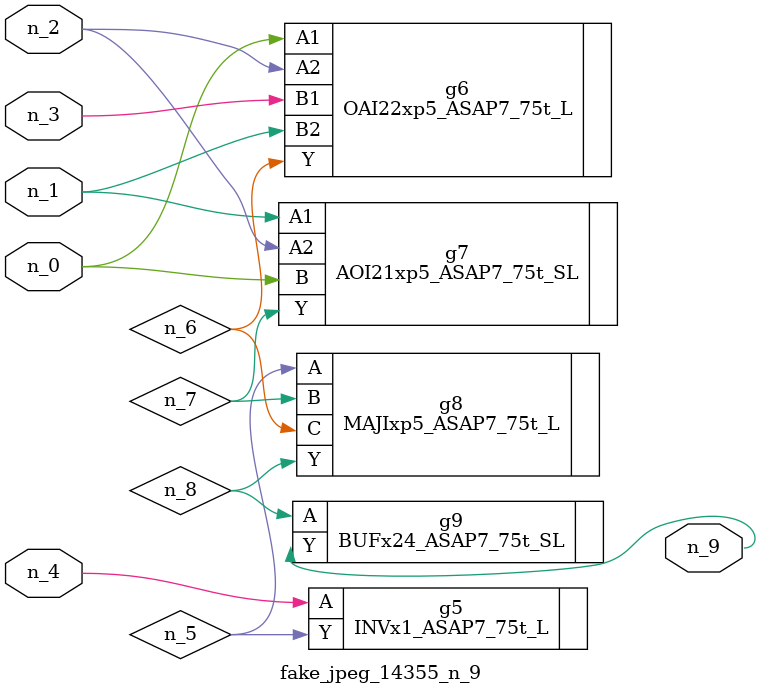
<source format=v>
module fake_jpeg_14355_n_9 (n_3, n_2, n_1, n_0, n_4, n_9);

input n_3;
input n_2;
input n_1;
input n_0;
input n_4;

output n_9;

wire n_8;
wire n_6;
wire n_5;
wire n_7;

INVx1_ASAP7_75t_L g5 ( 
.A(n_4),
.Y(n_5)
);

OAI22xp5_ASAP7_75t_L g6 ( 
.A1(n_0),
.A2(n_2),
.B1(n_3),
.B2(n_1),
.Y(n_6)
);

AOI21xp5_ASAP7_75t_SL g7 ( 
.A1(n_1),
.A2(n_2),
.B(n_0),
.Y(n_7)
);

MAJIxp5_ASAP7_75t_L g8 ( 
.A(n_5),
.B(n_7),
.C(n_6),
.Y(n_8)
);

BUFx24_ASAP7_75t_SL g9 ( 
.A(n_8),
.Y(n_9)
);


endmodule
</source>
